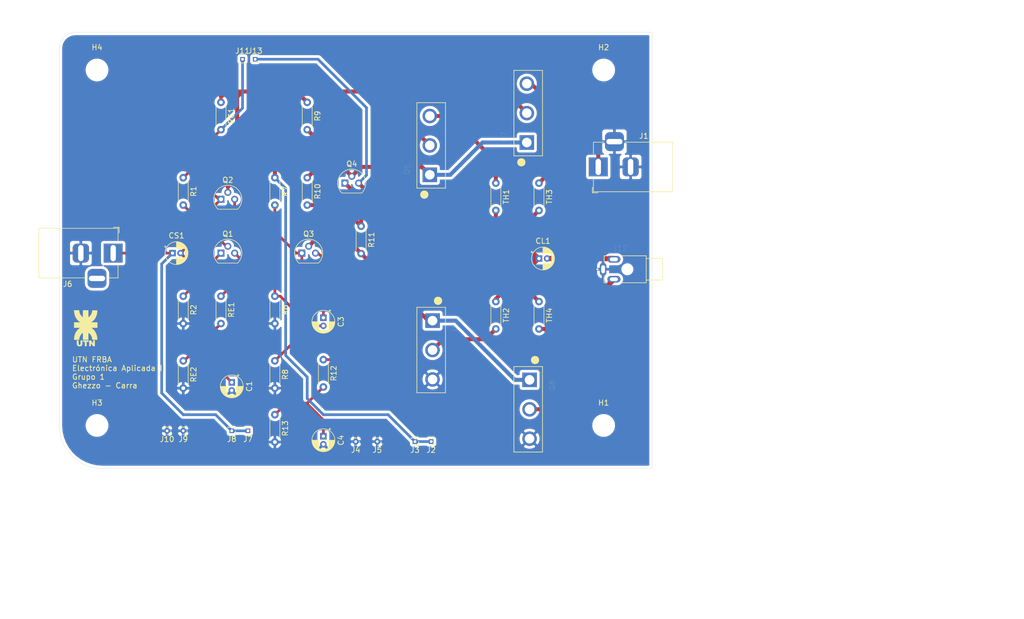
<source format=kicad_pcb>
(kicad_pcb (version 20171130) (host pcbnew 5.1.6-c6e7f7d~87~ubuntu18.04.1)
  (layers (0 F.Cu signal) (31 B.Cu signal) (34 B.Paste user) (35 F.Paste user) (36 B.SilkS user) (37 F.SilkS user) (38 B.Mask user) (39 F.Mask user) (44 Edge.Cuts user))
  (net 0 "")
  (net 1 /Vs)
  (net 2 GND)
  (net 3 "Net-(C3-Pad2)")
  (net 4 "Net-(C3-Pad1)")
  (net 5 "Net-(C4-Pad1)")
  (net 6 /VoLoad)
  (net 7 Vcc)
  (net 8 "Net-(Q1-Pad3)")
  (net 9 /VoPreAmplifier)
  (net 10 "Net-(Q3-Pad3)")
  (net 11 /VoAmplifier)
  (net 12 "Net-(Q4-Pad2)")
  (net 13 "Net-(Q5-Pad3)")
  (net 14 "Net-(Q6-Pad2)")
  (net 15 "Net-(Q7-Pad3)")
  (net 16 "Net-(Q8-Pad2)")
  (net 17 "Net-(C1-Pad1)")
  (net 18 "Net-(CL1-Pad1)")
  (net 19 "Net-(CS1-Pad2)")
  (net 20 "Net-(Q4-Pad1)")
  (module utn:utnlogo100bpi_non_negative_silk (layer F.Cu) (at 44.87 95.71)
    (fp_text reference G*** hide)
    (fp_text value LOGO hide)
  )
  (module AudioAmpUTN:CUI_MJ1-2503A (layer F.Cu) (at 145 85)
    (fp_text reference J12 (at -0.92506 -3.88525) (layer F.SilkS) (effects (font (size 1.000063 1.000063) (thickness 0.015))))
    (fp_text value MJ1-2503A)
    (pad 2 thru_hole oval (at -2.1 -1.85) (size 2.416 1.208) (drill oval 1.5 0.7) (layers *.Cu *.Mask) (net 6 /VoLoad))
    (pad 3 thru_hole oval (at -2.1 1.85) (size 2.416 1.208) (drill oval 1.5 0.7) (layers *.Cu *.Mask) (net 6 /VoLoad))
    (pad 1 thru_hole oval (at -4.1 0) (size 1.208 2.416) (drill oval 0.7 1.5) (layers *.Cu *.Mask) (net 2 GND))
    (pad None np_thru_hole circle (at 0.4 0) (size 1.2 1.2) (drill 1.2) (layers *.Cu *.Mask))
  )
  (module Connector_PinHeader_1.00mm:PinHeader_1x01_P1.00mm_Vertical (layer F.Cu) (at 76.35 46)
    (fp_text reference J13 (at 0 -1.56) (layer F.SilkS))
    (fp_text value TPA)
    (pad 1 thru_hole rect (at 0 0) (size 0.85 0.85) (drill 0.5) (layers *.Cu *.Mask) (net 11 /VoAmplifier))
  )
  (module Connector_PinHeader_1.00mm:PinHeader_1x01_P1.00mm_Vertical (layer F.Cu) (at 74 46)
    (fp_text reference J11 (at 0 -1.56) (layer F.SilkS))
    (fp_text value TPPA)
    (pad 1 thru_hole rect (at 0 0) (size 0.85 0.85) (drill 0.5) (layers *.Cu *.Mask) (net 9 /VoPreAmplifier))
  )
  (module Connector_PinHeader_1.00mm:PinHeader_1x01_P1.00mm_Vertical (layer F.Cu) (at 60 115 180)
    (fp_text reference J10 (at 0 -1.56) (layer F.SilkS))
    (fp_text value Conn_01x01_Female)
    (pad 1 thru_hole rect (at 0 0 180) (size 0.85 0.85) (drill 0.5) (layers *.Cu *.Mask) (net 2 GND))
  )
  (module Connector_PinHeader_1.00mm:PinHeader_1x01_P1.00mm_Vertical (layer F.Cu) (at 63 115 180)
    (fp_text reference J9 (at 0 -1.56) (layer F.SilkS))
    (fp_text value Conn_01x01_Male)
    (pad 1 thru_hole rect (at 0 0 180) (size 0.85 0.85) (drill 0.5) (layers *.Cu *.Mask) (net 2 GND))
  )
  (module Connector_PinHeader_1.00mm:PinHeader_1x01_P1.00mm_Vertical (layer F.Cu) (at 72 115 180)
    (fp_text reference J8 (at 0 -1.56) (layer F.SilkS))
    (fp_text value Vs)
    (pad 1 thru_hole rect (at 0 0 180) (size 0.85 0.85) (drill 0.5) (layers *.Cu *.Mask) (net 1 /Vs))
  )
  (module Connector_PinHeader_1.00mm:PinHeader_1x01_P1.00mm_Vertical (layer F.Cu) (at 75 115 180)
    (fp_text reference J7 (at 0 -1.56) (layer F.SilkS))
    (fp_text value Vs)
    (pad 1 thru_hole rect (at 0 0 180) (size 0.85 0.85) (drill 0.5) (layers *.Cu *.Mask) (net 1 /Vs))
  )
  (module Connector_PinHeader_1.00mm:PinHeader_1x01_P1.00mm_Vertical (layer F.Cu) (at 99 117 180)
    (fp_text reference J5 (at 0 -1.56) (layer F.SilkS))
    (fp_text value GND)
    (pad 1 thru_hole rect (at 0 0 180) (size 0.85 0.85) (drill 0.5) (layers *.Cu *.Mask) (net 2 GND))
  )
  (module Connector_PinHeader_1.00mm:PinHeader_1x01_P1.00mm_Vertical (layer F.Cu) (at 95 117 180)
    (fp_text reference J4 (at 0 -1.56) (layer F.SilkS))
    (fp_text value GND)
    (pad 1 thru_hole rect (at 0 0 180) (size 0.85 0.85) (drill 0.5) (layers *.Cu *.Mask) (net 2 GND))
  )
  (module Connector_PinHeader_1.00mm:PinHeader_1x01_P1.00mm_Vertical (layer F.Cu) (at 106 117 180)
    (fp_text reference J3 (at 0 -1.56) (layer F.SilkS))
    (fp_text value VCC)
    (pad 1 thru_hole rect (at 0 0 180) (size 0.85 0.85) (drill 0.5) (layers *.Cu *.Mask) (net 7 Vcc))
  )
  (module Connector_PinHeader_1.00mm:PinHeader_1x01_P1.00mm_Vertical (layer F.Cu) (at 109 117 180)
    (fp_text reference J2 (at 0 -1.56) (layer F.SilkS))
    (fp_text value VCC)
    (pad 1 thru_hole rect (at 0 0 180) (size 0.85 0.85) (drill 0.5) (layers *.Cu *.Mask) (net 7 Vcc))
  )
  (module Package_TO_SOT_THT:TO-92 (layer F.Cu) (at 93 69)
    (fp_text reference Q4 (at 1.27 -3.56) (layer F.SilkS))
    (fp_text value BC547B)
    (pad 1 thru_hole rect (at 0 0 90) (size 1.3 1.3) (drill 0.75) (layers *.Cu *.Mask) (net 20 "Net-(Q4-Pad1)"))
    (pad 3 thru_hole circle (at 2.54 0 90) (size 1.3 1.3) (drill 0.75) (layers *.Cu *.Mask) (net 11 /VoAmplifier))
    (pad 2 thru_hole circle (at 1.27 -1.27 90) (size 1.3 1.3) (drill 0.75) (layers *.Cu *.Mask) (net 12 "Net-(Q4-Pad2)"))
  )
  (module Capacitor_THT:CP_Radial_D4.0mm_P1.50mm (layer F.Cu) (at 61 82)
    (fp_text reference CS1 (at 0.75 -3.25) (layer F.SilkS))
    (fp_text value 3300u)
    (pad 2 thru_hole circle (at 1.5 0) (size 1.2 1.2) (drill 0.6) (layers *.Cu *.Mask) (net 19 "Net-(CS1-Pad2)"))
    (pad 1 thru_hole rect (at 0 0) (size 1.2 1.2) (drill 0.6) (layers *.Cu *.Mask) (net 1 /Vs))
  )
  (module Capacitor_THT:CP_Radial_D4.0mm_P1.50mm (layer F.Cu) (at 129 83)
    (fp_text reference CL1 (at 0.75 -3.25) (layer F.SilkS))
    (fp_text value 3300u)
    (pad 2 thru_hole circle (at 1.5 0) (size 1.2 1.2) (drill 0.6) (layers *.Cu *.Mask) (net 6 /VoLoad))
    (pad 1 thru_hole rect (at 0 0) (size 1.2 1.2) (drill 0.6) (layers *.Cu *.Mask) (net 18 "Net-(CL1-Pad1)"))
  )
  (module Capacitor_THT:CP_Radial_D4.0mm_P1.50mm (layer F.Cu) (at 89 116 270)
    (fp_text reference C4 (at 0.75 -3.25 90) (layer F.SilkS))
    (fp_text value 470u)
    (pad 2 thru_hole circle (at 1.5 0 270) (size 1.2 1.2) (drill 0.6) (layers *.Cu *.Mask) (net 2 GND))
    (pad 1 thru_hole rect (at 0 0 270) (size 1.2 1.2) (drill 0.6) (layers *.Cu *.Mask) (net 5 "Net-(C4-Pad1)"))
  )
  (module Capacitor_THT:CP_Radial_D4.0mm_P1.50mm (layer F.Cu) (at 89 94 270)
    (fp_text reference C3 (at 0.75 -3.25 90) (layer F.SilkS))
    (fp_text value 3300u)
    (pad 2 thru_hole circle (at 1.5 0 270) (size 1.2 1.2) (drill 0.6) (layers *.Cu *.Mask) (net 3 "Net-(C3-Pad2)"))
    (pad 1 thru_hole rect (at 0 0 270) (size 1.2 1.2) (drill 0.6) (layers *.Cu *.Mask) (net 4 "Net-(C3-Pad1)"))
  )
  (module Capacitor_THT:CP_Radial_D4.0mm_P1.50mm (layer F.Cu) (at 72 106 270)
    (fp_text reference C1 (at 0.75 -3.25 90) (layer F.SilkS))
    (fp_text value 470u)
    (pad 2 thru_hole circle (at 1.5 0 270) (size 1.2 1.2) (drill 0.6) (layers *.Cu *.Mask) (net 2 GND))
    (pad 1 thru_hole rect (at 0 0 270) (size 1.2 1.2) (drill 0.6) (layers *.Cu *.Mask) (net 17 "Net-(C1-Pad1)"))
  )
  (module Resistor_THT:R_Axial_DIN0204_L3.6mm_D1.6mm_P5.08mm_Horizontal (layer F.Cu) (at 129 91 270)
    (fp_text reference TH4 (at 2.54 -1.92 90) (layer F.SilkS))
    (fp_text value 0.39)
    (pad 2 thru_hole oval (at 5.08 0 270) (size 1.4 1.4) (drill 0.7) (layers *.Cu *.Mask) (net 16 "Net-(Q8-Pad2)"))
    (pad 1 thru_hole circle (at 0 0 270) (size 1.4 1.4) (drill 0.7) (layers *.Cu *.Mask) (net 18 "Net-(CL1-Pad1)"))
  )
  (module Resistor_THT:R_Axial_DIN0204_L3.6mm_D1.6mm_P5.08mm_Horizontal (layer F.Cu) (at 129 69 270)
    (fp_text reference TH3 (at 2.54 -1.92 90) (layer F.SilkS))
    (fp_text value 0.39)
    (pad 2 thru_hole oval (at 5.08 0 270) (size 1.4 1.4) (drill 0.7) (layers *.Cu *.Mask) (net 18 "Net-(CL1-Pad1)"))
    (pad 1 thru_hole circle (at 0 0 270) (size 1.4 1.4) (drill 0.7) (layers *.Cu *.Mask) (net 15 "Net-(Q7-Pad3)"))
  )
  (module Resistor_THT:R_Axial_DIN0204_L3.6mm_D1.6mm_P5.08mm_Horizontal (layer F.Cu) (at 121 91 270)
    (fp_text reference TH2 (at 2.54 -1.92 90) (layer F.SilkS))
    (fp_text value 0.39)
    (pad 2 thru_hole oval (at 5.08 0 270) (size 1.4 1.4) (drill 0.7) (layers *.Cu *.Mask) (net 14 "Net-(Q6-Pad2)"))
    (pad 1 thru_hole circle (at 0 0 270) (size 1.4 1.4) (drill 0.7) (layers *.Cu *.Mask) (net 18 "Net-(CL1-Pad1)"))
  )
  (module Resistor_THT:R_Axial_DIN0204_L3.6mm_D1.6mm_P5.08mm_Horizontal (layer F.Cu) (at 121 69 270)
    (fp_text reference TH1 (at 2.54 -1.92 90) (layer F.SilkS))
    (fp_text value 0.39)
    (pad 2 thru_hole oval (at 5.08 0 270) (size 1.4 1.4) (drill 0.7) (layers *.Cu *.Mask) (net 18 "Net-(CL1-Pad1)"))
    (pad 1 thru_hole circle (at 0 0 270) (size 1.4 1.4) (drill 0.7) (layers *.Cu *.Mask) (net 13 "Net-(Q5-Pad3)"))
  )
  (module Resistor_THT:R_Axial_DIN0204_L3.6mm_D1.6mm_P5.08mm_Horizontal (layer F.Cu) (at 63 102 270)
    (fp_text reference RE2 (at 2.54 -1.92 90) (layer F.SilkS))
    (fp_text value 3300)
    (pad 2 thru_hole oval (at 5.08 0 270) (size 1.4 1.4) (drill 0.7) (layers *.Cu *.Mask) (net 2 GND))
    (pad 1 thru_hole circle (at 0 0 270) (size 1.4 1.4) (drill 0.7) (layers *.Cu *.Mask) (net 17 "Net-(C1-Pad1)"))
  )
  (module Resistor_THT:R_Axial_DIN0204_L3.6mm_D1.6mm_P5.08mm_Horizontal (layer F.Cu) (at 70 90 270)
    (fp_text reference RE1 (at 2.54 -1.92 90) (layer F.SilkS))
    (fp_text value 330)
    (pad 2 thru_hole oval (at 5.08 0 270) (size 1.4 1.4) (drill 0.7) (layers *.Cu *.Mask) (net 17 "Net-(C1-Pad1)"))
    (pad 1 thru_hole circle (at 0 0 270) (size 1.4 1.4) (drill 0.7) (layers *.Cu *.Mask) (net 8 "Net-(Q1-Pad3)"))
  )
  (module Resistor_THT:R_Axial_DIN0204_L3.6mm_D1.6mm_P5.08mm_Horizontal (layer F.Cu) (at 70 54 270)
    (fp_text reference RC1 (at 2.54 -1.92 90) (layer F.SilkS))
    (fp_text value 6.8K)
    (pad 2 thru_hole oval (at 5.08 0 270) (size 1.4 1.4) (drill 0.7) (layers *.Cu *.Mask) (net 9 /VoPreAmplifier))
    (pad 1 thru_hole circle (at 0 0 270) (size 1.4 1.4) (drill 0.7) (layers *.Cu *.Mask) (net 7 Vcc))
  )
  (module Resistor_THT:R_Axial_DIN0204_L3.6mm_D1.6mm_P5.08mm_Horizontal (layer F.Cu) (at 80 112 270)
    (fp_text reference R13 (at 2.54 -1.92 90) (layer F.SilkS))
    (fp_text value 1.8K)
    (pad 2 thru_hole oval (at 5.08 0 270) (size 1.4 1.4) (drill 0.7) (layers *.Cu *.Mask) (net 2 GND))
    (pad 1 thru_hole circle (at 0 0 270) (size 1.4 1.4) (drill 0.7) (layers *.Cu *.Mask) (net 5 "Net-(C4-Pad1)"))
  )
  (module Resistor_THT:R_Axial_DIN0204_L3.6mm_D1.6mm_P5.08mm_Horizontal (layer F.Cu) (at 89 101.78 270)
    (fp_text reference R12 (at 2.54 -1.92 90) (layer F.SilkS))
    (fp_text value 200)
    (pad 2 thru_hole oval (at 5.08 0 270) (size 1.4 1.4) (drill 0.7) (layers *.Cu *.Mask) (net 5 "Net-(C4-Pad1)"))
    (pad 1 thru_hole circle (at 0 0 270) (size 1.4 1.4) (drill 0.7) (layers *.Cu *.Mask) (net 10 "Net-(Q3-Pad3)"))
  )
  (module Resistor_THT:R_Axial_DIN0204_L3.6mm_D1.6mm_P5.08mm_Horizontal (layer F.Cu) (at 96 77 270)
    (fp_text reference R11 (at 2.54 -1.92 90) (layer F.SilkS))
    (fp_text value 18K)
    (pad 2 thru_hole oval (at 5.08 0 270) (size 1.4 1.4) (drill 0.7) (layers *.Cu *.Mask) (net 11 /VoAmplifier))
    (pad 1 thru_hole circle (at 0 0 270) (size 1.4 1.4) (drill 0.7) (layers *.Cu *.Mask) (net 20 "Net-(Q4-Pad1)"))
  )
  (module Resistor_THT:R_Axial_DIN0204_L3.6mm_D1.6mm_P5.08mm_Horizontal (layer F.Cu) (at 86 68 270)
    (fp_text reference R10 (at 2.54 -1.92 90) (layer F.SilkS))
    (fp_text value 180K)
    (pad 2 thru_hole oval (at 5.08 0 270) (size 1.4 1.4) (drill 0.7) (layers *.Cu *.Mask) (net 20 "Net-(Q4-Pad1)"))
    (pad 1 thru_hole circle (at 0 0 270) (size 1.4 1.4) (drill 0.7) (layers *.Cu *.Mask) (net 12 "Net-(Q4-Pad2)"))
  )
  (module Resistor_THT:R_Axial_DIN0204_L3.6mm_D1.6mm_P5.08mm_Horizontal (layer F.Cu) (at 86 54 270)
    (fp_text reference R9 (at 2.54 -1.92 90) (layer F.SilkS))
    (fp_text value 8.2K)
    (pad 2 thru_hole oval (at 5.08 0 270) (size 1.4 1.4) (drill 0.7) (layers *.Cu *.Mask) (net 12 "Net-(Q4-Pad2)"))
    (pad 1 thru_hole circle (at 0 0 270) (size 1.4 1.4) (drill 0.7) (layers *.Cu *.Mask) (net 7 Vcc))
  )
  (module Resistor_THT:R_Axial_DIN0204_L3.6mm_D1.6mm_P5.08mm_Horizontal (layer F.Cu) (at 80 102 270)
    (fp_text reference R8 (at 2.54 -1.92 90) (layer F.SilkS))
    (fp_text value 100K)
    (pad 2 thru_hole oval (at 5.08 0 270) (size 1.4 1.4) (drill 0.7) (layers *.Cu *.Mask) (net 2 GND))
    (pad 1 thru_hole circle (at 0 0 270) (size 1.4 1.4) (drill 0.7) (layers *.Cu *.Mask) (net 4 "Net-(C3-Pad1)"))
  )
  (module Resistor_THT:R_Axial_DIN0204_L3.6mm_D1.6mm_P5.08mm_Horizontal (layer F.Cu) (at 80 68 270)
    (fp_text reference R7 (at 2.54 -1.92 90) (layer F.SilkS))
    (fp_text value 720K)
    (pad 2 thru_hole oval (at 5.08 0 270) (size 1.4 1.4) (drill 0.7) (layers *.Cu *.Mask) (net 4 "Net-(C3-Pad1)"))
    (pad 1 thru_hole circle (at 0 0 270) (size 1.4 1.4) (drill 0.7) (layers *.Cu *.Mask) (net 7 Vcc))
  )
  (module Resistor_THT:R_Axial_DIN0204_L3.6mm_D1.6mm_P5.08mm_Horizontal (layer F.Cu) (at 80 90 270)
    (fp_text reference R6 (at 2.54 -1.92 90) (layer F.SilkS))
    (fp_text value 3.9K)
    (pad 2 thru_hole oval (at 5.08 0 270) (size 1.4 1.4) (drill 0.7) (layers *.Cu *.Mask) (net 2 GND))
    (pad 1 thru_hole circle (at 0 0 270) (size 1.4 1.4) (drill 0.7) (layers *.Cu *.Mask) (net 3 "Net-(C3-Pad2)"))
  )
  (module Resistor_THT:R_Axial_DIN0204_L3.6mm_D1.6mm_P5.08mm_Horizontal (layer F.Cu) (at 63 90 270)
    (fp_text reference R2 (at 2.54 -1.92 90) (layer F.SilkS))
    (fp_text value 120K)
    (pad 2 thru_hole oval (at 5.08 0 270) (size 1.4 1.4) (drill 0.7) (layers *.Cu *.Mask) (net 2 GND))
    (pad 1 thru_hole circle (at 0 0 270) (size 1.4 1.4) (drill 0.7) (layers *.Cu *.Mask) (net 19 "Net-(CS1-Pad2)"))
  )
  (module Resistor_THT:R_Axial_DIN0204_L3.6mm_D1.6mm_P5.08mm_Horizontal (layer F.Cu) (at 63 68 270)
    (fp_text reference R1 (at 2.54 -1.92 90) (layer F.SilkS))
    (fp_text value 680K)
    (pad 2 thru_hole oval (at 5.08 0 270) (size 1.4 1.4) (drill 0.7) (layers *.Cu *.Mask) (net 19 "Net-(CS1-Pad2)"))
    (pad 1 thru_hole circle (at 0 0 270) (size 1.4 1.4) (drill 0.7) (layers *.Cu *.Mask) (net 7 Vcc))
  )
  (module AudioAmpUTN:TO247AC (layer F.Cu) (at 127 111 270)
    (fp_text reference Q8 (at -4.449885 -4.449875 90) (layer F.SilkS) (effects (font (size 1.001094 1.001094) (thickness 0.015))))
    (fp_text value IRFP9240)
    (pad 3 thru_hole circle (at 5.46 -0.255 270) (size 2.69 2.69) (drill 1.79) (layers *.Cu *.Mask) (net 2 GND))
    (pad 2 thru_hole circle (at 0 -0.255 270) (size 2.69 2.69) (drill 1.79) (layers *.Cu *.Mask) (net 16 "Net-(Q8-Pad2)"))
    (pad 1 thru_hole rect (at -5.46 -0.255 270) (size 2.69 2.69) (drill 1.79) (layers *.Cu *.Mask) (net 11 /VoAmplifier))
  )
  (module AudioAmpUTN:TO247AC (layer F.Cu) (at 127 56 90)
    (fp_text reference Q7 (at -4.449885 -4.449875 90) (layer F.SilkS) (effects (font (size 1.001094 1.001094) (thickness 0.015))))
    (fp_text value IRFP240)
    (pad 3 thru_hole circle (at 5.46 -0.255 90) (size 2.69 2.69) (drill 1.79) (layers *.Cu *.Mask) (net 15 "Net-(Q7-Pad3)"))
    (pad 2 thru_hole circle (at 0 -0.255 90) (size 2.69 2.69) (drill 1.79) (layers *.Cu *.Mask) (net 7 Vcc))
    (pad 1 thru_hole rect (at -5.46 -0.255 90) (size 2.69 2.69) (drill 1.79) (layers *.Cu *.Mask) (net 12 "Net-(Q4-Pad2)"))
  )
  (module AudioAmpUTN:TO247AC (layer F.Cu) (at 109 100 270)
    (fp_text reference Q6 (at -4.449885 -4.449875 90) (layer F.SilkS) (effects (font (size 1.001094 1.001094) (thickness 0.015))))
    (fp_text value IRFP9240)
    (pad 3 thru_hole circle (at 5.46 -0.255 270) (size 2.69 2.69) (drill 1.79) (layers *.Cu *.Mask) (net 2 GND))
    (pad 2 thru_hole circle (at 0 -0.255 270) (size 2.69 2.69) (drill 1.79) (layers *.Cu *.Mask) (net 14 "Net-(Q6-Pad2)"))
    (pad 1 thru_hole rect (at -5.46 -0.255 270) (size 2.69 2.69) (drill 1.79) (layers *.Cu *.Mask) (net 11 /VoAmplifier))
  )
  (module AudioAmpUTN:TO247AC (layer F.Cu) (at 109 62 90)
    (fp_text reference Q5 (at -4.449885 -4.449875 90) (layer F.SilkS) (effects (font (size 1.001094 1.001094) (thickness 0.015))))
    (fp_text value IRFP240)
    (pad 3 thru_hole circle (at 5.46 -0.255 90) (size 2.69 2.69) (drill 1.79) (layers *.Cu *.Mask) (net 13 "Net-(Q5-Pad3)"))
    (pad 2 thru_hole circle (at 0 -0.255 90) (size 2.69 2.69) (drill 1.79) (layers *.Cu *.Mask) (net 7 Vcc))
    (pad 1 thru_hole rect (at -5.46 -0.255 90) (size 2.69 2.69) (drill 1.79) (layers *.Cu *.Mask) (net 12 "Net-(Q4-Pad2)"))
  )
  (module Package_TO_SOT_THT:TO-92 (layer F.Cu) (at 85 82)
    (fp_text reference Q3 (at 1.27 -3.56) (layer F.SilkS))
    (fp_text value BC547B)
    (pad 1 thru_hole rect (at 0 0 90) (size 1.3 1.3) (drill 0.75) (layers *.Cu *.Mask) (net 4 "Net-(C3-Pad1)"))
    (pad 3 thru_hole circle (at 2.54 0 90) (size 1.3 1.3) (drill 0.75) (layers *.Cu *.Mask) (net 10 "Net-(Q3-Pad3)"))
    (pad 2 thru_hole circle (at 1.27 -1.27 90) (size 1.3 1.3) (drill 0.75) (layers *.Cu *.Mask) (net 11 /VoAmplifier))
  )
  (module Package_TO_SOT_THT:TO-92 (layer F.Cu) (at 70 72)
    (fp_text reference Q2 (at 1.27 -3.56) (layer F.SilkS))
    (fp_text value BC547B)
    (pad 1 thru_hole rect (at 0 0 90) (size 1.3 1.3) (drill 0.75) (layers *.Cu *.Mask) (net 9 /VoPreAmplifier))
    (pad 3 thru_hole circle (at 2.54 0 90) (size 1.3 1.3) (drill 0.75) (layers *.Cu *.Mask) (net 3 "Net-(C3-Pad2)"))
    (pad 2 thru_hole circle (at 1.27 -1.27 90) (size 1.3 1.3) (drill 0.75) (layers *.Cu *.Mask) (net 7 Vcc))
  )
  (module Package_TO_SOT_THT:TO-92 (layer F.Cu) (at 70 82)
    (fp_text reference Q1 (at 1.27 -3.56) (layer F.SilkS))
    (fp_text value BC547B)
    (pad 1 thru_hole rect (at 0 0 90) (size 1.3 1.3) (drill 0.75) (layers *.Cu *.Mask) (net 19 "Net-(CS1-Pad2)"))
    (pad 3 thru_hole circle (at 2.54 0 90) (size 1.3 1.3) (drill 0.75) (layers *.Cu *.Mask) (net 8 "Net-(Q1-Pad3)"))
    (pad 2 thru_hole circle (at 1.27 -1.27 90) (size 1.3 1.3) (drill 0.75) (layers *.Cu *.Mask) (net 9 /VoPreAmplifier))
  )
  (module Connector_BarrelJack:BarrelJack_Horizontal (layer F.Cu) (at 50 82)
    (fp_text reference J6 (at -8.45 5.75) (layer F.SilkS))
    (fp_text value Jack-DC_Vcc)
    (pad 3 thru_hole roundrect (at -3 4.7) (size 3.5 3.5) (drill oval 3 1) (layers *.Cu *.Mask))
    (pad 2 thru_hole roundrect (at -6 0) (size 3 3.5) (drill oval 1 3) (layers *.Cu *.Mask) (net 2 GND))
    (pad 1 thru_hole rect (at 0 0) (size 3.5 3.5) (drill oval 1 3) (layers *.Cu *.Mask) (net 1 /Vs))
  )
  (module Connector_BarrelJack:BarrelJack_Horizontal (layer F.Cu) (at 140 66 180)
    (fp_text reference J1 (at -8.45 5.75) (layer F.SilkS))
    (fp_text value Jack-DC_Vcc)
    (pad 3 thru_hole roundrect (at -3 4.7 180) (size 3.5 3.5) (drill oval 3 1) (layers *.Cu *.Mask) (net 2 GND))
    (pad 2 thru_hole roundrect (at -6 0 180) (size 3 3.5) (drill oval 1 3) (layers *.Cu *.Mask) (net 2 GND))
    (pad 1 thru_hole rect (at 0 0 180) (size 3.5 3.5) (drill oval 1 3) (layers *.Cu *.Mask) (net 7 Vcc))
  )
  (module MountingHole:MountingHole_3.2mm_M3 (layer F.Cu) (at 47 48)
    (fp_text reference H4 (at 0 -4.2) (layer F.SilkS))
    (fp_text value MountingHole)
    (pad 1 np_thru_hole circle (at 0 0) (size 3.2 3.2) (drill 3.2) (layers *.Cu *.Mask))
  )
  (module MountingHole:MountingHole_3.2mm_M3 (layer F.Cu) (at 47 114)
    (fp_text reference H3 (at 0 -4.2) (layer F.SilkS))
    (fp_text value MountingHole)
    (pad 1 np_thru_hole circle (at 0 0) (size 3.2 3.2) (drill 3.2) (layers *.Cu *.Mask))
  )
  (module MountingHole:MountingHole_3.2mm_M3 (layer F.Cu) (at 141 48)
    (fp_text reference H2 (at 0 -4.2) (layer F.SilkS))
    (fp_text value MountingHole)
    (pad 1 np_thru_hole circle (at 0 0) (size 3.2 3.2) (drill 3.2) (layers *.Cu *.Mask))
  )
  (module MountingHole:MountingHole_3.2mm_M3 (layer F.Cu) (at 141 114)
    (fp_text reference H1 (at 0 -4.2) (layer F.SilkS))
    (fp_text value MountingHole)
    (pad 1 np_thru_hole circle (at 0 0) (size 3.2 3.2) (drill 3.2) (layers *.Cu *.Mask))
  )
  (gr_text "UTN FRBA\nElectrónica Aplicada II\nGrupo 1\nGhezzo - Carra" (at 42.3 104.18) (layer F.SilkS) (effects (font (size 1 1)) (justify left)))
  (gr_line (start 150 41) (end 150 122) (layer Edge.Cuts) (width 0.05))
  (gr_line (start 43 41) (end 150 41) (layer Edge.Cuts) (width 0.05))
  (gr_line (start 48 122) (end 150 122) (layer Edge.Cuts) (width 0.05))
  (gr_arc (start 48 114) (end 40 114) (angle -90) (layer Edge.Cuts) (width 0.05))
  (gr_arc (start 43 44) (end 43 41) (angle -90) (layer Edge.Cuts) (width 0.05))
  (gr_line (start 40 44) (end 40 114) (layer Edge.Cuts) (width 0.05))
  (segment (start 50 82) (end 61 82) (width 0.5) (layer F.Cu) (net 1))
  (segment (start 72 115) (end 75 115) (width 0.5) (layer B.Cu) (net 1))
  (segment (start 59 84) (end 61 82) (width 0.5) (layer B.Cu) (net 1))
  (segment (start 63 112) (end 59 108) (width 0.5) (layer B.Cu) (net 1))
  (segment (start 59 108) (end 59 84) (width 0.5) (layer B.Cu) (net 1))
  (segment (start 69 112) (end 72 115) (width 0.5) (layer B.Cu) (net 1))
  (segment (start 63 112) (end 69 112) (width 0.5) (layer B.Cu) (net 1))
  (segment (start 63 95.08) (end 63 95) (width 0.5) (layer B.Cu) (net 2))
  (segment (start 72.54 72) (end 72.54 76.54) (width 0.5) (layer F.Cu) (net 3))
  (segment (start 80 84) (end 80 90) (width 0.5) (layer F.Cu) (net 3))
  (segment (start 72.54 76.54) (end 80 84) (width 0.5) (layer F.Cu) (net 3))
  (segment (start 81 90) (end 80 90) (width 0.5) (layer F.Cu) (net 3))
  (segment (start 89 95.5) (end 86.5 95.5) (width 0.5) (layer F.Cu) (net 3))
  (segment (start 86.5 95.5) (end 81 90) (width 0.5) (layer F.Cu) (net 3))
  (segment (start 80 73.08) (end 80 78) (width 0.5) (layer F.Cu) (net 4))
  (segment (start 84 82) (end 85 82) (width 0.5) (layer F.Cu) (net 4))
  (segment (start 80 78) (end 84 82) (width 0.5) (layer F.Cu) (net 4))
  (segment (start 89 94) (end 89 89) (width 0.5) (layer F.Cu) (net 4))
  (segment (start 85 85) (end 85 82) (width 0.5) (layer F.Cu) (net 4))
  (segment (start 89 89) (end 85 85) (width 0.5) (layer F.Cu) (net 4))
  (segment (start 94 92) (end 94 95) (width 0.5) (layer F.Cu) (net 4))
  (segment (start 89 89) (end 91 89) (width 0.5) (layer F.Cu) (net 4))
  (segment (start 83 99) (end 80 102) (width 0.5) (layer F.Cu) (net 4))
  (segment (start 90 99) (end 83 99) (width 0.5) (layer F.Cu) (net 4))
  (segment (start 94 95) (end 90 99) (width 0.5) (layer F.Cu) (net 4))
  (segment (start 91 89) (end 94 92) (width 0.5) (layer F.Cu) (net 4))
  (segment (start 89 106.86) (end 86 109.86) (width 0.5) (layer F.Cu) (net 5))
  (segment (start 82.14 109.86) (end 80 112) (width 0.5) (layer F.Cu) (net 5))
  (segment (start 86 109.86) (end 82.14 109.86) (width 0.5) (layer F.Cu) (net 5))
  (segment (start 86 109.86) (end 86 110) (width 0.5) (layer F.Cu) (net 5))
  (segment (start 89 113) (end 89 116) (width 0.5) (layer F.Cu) (net 5))
  (segment (start 86 110) (end 89 113) (width 0.5) (layer F.Cu) (net 5))
  (segment (start 142.75 83) (end 142.9 83.15) (width 0.5) (layer F.Cu) (net 6))
  (segment (start 134 83) (end 142.75 83) (width 1) (layer F.Cu) (net 6))
  (segment (start 130.5 83) (end 134 83) (width 1) (layer F.Cu) (net 6))
  (segment (start 141.75 88) (end 142.9 86.85) (width 1) (layer F.Cu) (net 6))
  (segment (start 134 83) (end 139 88) (width 1) (layer F.Cu) (net 6))
  (segment (start 139 88) (end 141.75 88) (width 1) (layer F.Cu) (net 6))
  (segment (start 84 52) (end 86 54) (width 0.75) (layer F.Cu) (net 7))
  (segment (start 63 68) (end 64 67) (width 0.5) (layer F.Cu) (net 7))
  (segment (start 64 53) (end 65 52) (width 0.75) (layer F.Cu) (net 7))
  (segment (start 64 67) (end 64 53) (width 0.75) (layer F.Cu) (net 7))
  (segment (start 71.27 69.73) (end 73 68) (width 0.75) (layer F.Cu) (net 7))
  (segment (start 71.27 70.73) (end 71.27 69.73) (width 0.5) (layer F.Cu) (net 7))
  (segment (start 73 68) (end 73 53) (width 0.75) (layer F.Cu) (net 7))
  (segment (start 73 53) (end 74 52) (width 0.75) (layer F.Cu) (net 7))
  (segment (start 74 52) (end 82 52) (width 0.75) (layer F.Cu) (net 7))
  (segment (start 82 52) (end 84 52) (width 0.75) (layer F.Cu) (net 7))
  (segment (start 81 52) (end 82 52) (width 0.75) (layer F.Cu) (net 7))
  (segment (start 80 68) (end 80 53) (width 0.75) (layer F.Cu) (net 7))
  (segment (start 80 53) (end 81 52) (width 0.75) (layer F.Cu) (net 7))
  (segment (start 70 54) (end 70 53) (width 0.5) (layer F.Cu) (net 7))
  (segment (start 70 53) (end 71 52) (width 0.75) (layer F.Cu) (net 7))
  (segment (start 65 52) (end 71 52) (width 0.75) (layer F.Cu) (net 7))
  (segment (start 71 52) (end 74 52) (width 0.75) (layer F.Cu) (net 7))
  (segment (start 84 52) (end 113.745 52) (width 0.75) (layer F.Cu) (net 7))
  (segment (start 122.745 52) (end 126.745 56) (width 0.75) (layer F.Cu) (net 7))
  (segment (start 108.745 62) (end 98.745 52) (width 0.75) (layer F.Cu) (net 7))
  (segment (start 98.745 52) (end 122.745 52) (width 0.75) (layer F.Cu) (net 7))
  (segment (start 109 117) (end 106 117) (width 0.5) (layer B.Cu) (net 7))
  (segment (start 101 112) (end 106 117) (width 0.5) (layer B.Cu) (net 7))
  (segment (start 104.745 46) (end 98.745 52) (width 0.75) (layer F.Cu) (net 7))
  (segment (start 130 46) (end 104.745 46) (width 0.75) (layer F.Cu) (net 7))
  (segment (start 140 66) (end 140 56) (width 0.75) (layer F.Cu) (net 7))
  (segment (start 140 56) (end 130 46) (width 0.75) (layer F.Cu) (net 7))
  (segment (start 86 109) (end 89 112) (width 0.5) (layer B.Cu) (net 7))
  (segment (start 89 112) (end 101 112) (width 0.5) (layer B.Cu) (net 7))
  (segment (start 86 105) (end 86 109) (width 0.5) (layer B.Cu) (net 7))
  (segment (start 82 101) (end 86 105) (width 0.5) (layer B.Cu) (net 7))
  (segment (start 80 68) (end 82 70) (width 0.5) (layer B.Cu) (net 7))
  (segment (start 82 70) (end 82 101) (width 0.5) (layer B.Cu) (net 7))
  (segment (start 72.54 82) (end 74 83.46) (width 0.5) (layer F.Cu) (net 8))
  (segment (start 74 86) (end 70 90) (width 0.5) (layer F.Cu) (net 8))
  (segment (start 74 83.46) (end 74 86) (width 0.5) (layer F.Cu) (net 8))
  (segment (start 68.08 70.5) (end 69.58 72) (width 0.5) (layer F.Cu) (net 9))
  (segment (start 69.58 72) (end 70 72) (width 0.5) (layer F.Cu) (net 9))
  (segment (start 70 59.08) (end 68.08 61) (width 0.5) (layer F.Cu) (net 9))
  (segment (start 68.08 61) (end 68.08 70.5) (width 0.5) (layer F.Cu) (net 9))
  (segment (start 68 77.73) (end 71 80.73) (width 0.5) (layer F.Cu) (net 9))
  (segment (start 70 72) (end 68 74) (width 0.5) (layer F.Cu) (net 9))
  (segment (start 71 80.73) (end 71.27 80.73) (width 0.5) (layer F.Cu) (net 9))
  (segment (start 68 74) (end 68 77.73) (width 0.5) (layer F.Cu) (net 9))
  (segment (start 74 46.54) (end 74 46) (width 0.5) (layer B.Cu) (net 9))
  (segment (start 74 55.08) (end 70 59.08) (width 0.5) (layer B.Cu) (net 9))
  (segment (start 74 46) (end 74 55.08) (width 0.5) (layer B.Cu) (net 9))
  (segment (start 92.22 101.78) (end 89 101.78) (width 0.5) (layer F.Cu) (net 10))
  (segment (start 97 97) (end 92.22 101.78) (width 0.5) (layer F.Cu) (net 10))
  (segment (start 97 91) (end 97 97) (width 0.5) (layer F.Cu) (net 10))
  (segment (start 87.54 82) (end 88 82) (width 0.5) (layer F.Cu) (net 10))
  (segment (start 88 82) (end 97 91) (width 0.5) (layer F.Cu) (net 10))
  (segment (start 124.54 105.54) (end 127.255 105.54) (width 0.75) (layer B.Cu) (net 11))
  (segment (start 109.255 94.54) (end 113.54 94.54) (width 0.75) (layer B.Cu) (net 11))
  (segment (start 113.54 94.54) (end 124.54 105.54) (width 0.75) (layer B.Cu) (net 11))
  (segment (start 108.46 94.54) (end 109.255 94.54) (width 0.75) (layer F.Cu) (net 11))
  (segment (start 97 67.54) (end 95.54 69) (width 0.5) (layer B.Cu) (net 11))
  (segment (start 97 55) (end 97 67.54) (width 0.5) (layer B.Cu) (net 11))
  (segment (start 76.35 46) (end 88 46) (width 0.5) (layer B.Cu) (net 11))
  (segment (start 88 46) (end 97 55) (width 0.5) (layer B.Cu) (net 11))
  (segment (start 95.54 69) (end 102.96 76.42) (width 0.75) (layer F.Cu) (net 11))
  (segment (start 96 82.08) (end 102.96 89.04) (width 0.75) (layer F.Cu) (net 11))
  (segment (start 102.96 76.42) (end 102.96 89.04) (width 0.75) (layer F.Cu) (net 11))
  (segment (start 102.96 89.04) (end 108.46 94.54) (width 0.75) (layer F.Cu) (net 11))
  (segment (start 92.92 79) (end 96 82.08) (width 0.75) (layer F.Cu) (net 11))
  (segment (start 86.27 80.73) (end 88 79) (width 0.75) (layer F.Cu) (net 11))
  (segment (start 88 79) (end 92.92 79) (width 0.75) (layer F.Cu) (net 11))
  (segment (start 86 68) (end 87 67) (width 0.75) (layer F.Cu) (net 12))
  (segment (start 108.745 67.46) (end 112.54 67.46) (width 0.75) (layer B.Cu) (net 12))
  (segment (start 118.54 61.46) (end 126.745 61.46) (width 0.75) (layer B.Cu) (net 12))
  (segment (start 112.54 67.46) (end 118.54 61.46) (width 0.75) (layer B.Cu) (net 12))
  (segment (start 90.54 64) (end 94.27 67.73) (width 0.75) (layer F.Cu) (net 12))
  (segment (start 87 64) (end 90.54 64) (width 0.75) (layer F.Cu) (net 12))
  (segment (start 87 64) (end 87 67) (width 0.75) (layer F.Cu) (net 12))
  (segment (start 107.285 66) (end 108.745 67.46) (width 0.75) (layer F.Cu) (net 12))
  (segment (start 94.27 67.73) (end 96 66) (width 0.75) (layer F.Cu) (net 12))
  (segment (start 96 66) (end 107.285 66) (width 0.75) (layer F.Cu) (net 12))
  (segment (start 87 60.08) (end 87 64) (width 0.75) (layer F.Cu) (net 12))
  (segment (start 86 59.08) (end 87 60.08) (width 0.75) (layer F.Cu) (net 12))
  (segment (start 108.745 56.54) (end 112.54 56.54) (width 0.75) (layer F.Cu) (net 13))
  (segment (start 121 65) (end 121 69) (width 0.75) (layer F.Cu) (net 13))
  (segment (start 112.54 56.54) (end 121 65) (width 0.75) (layer F.Cu) (net 13))
  (segment (start 111.255 98) (end 109.255 100) (width 0.75) (layer F.Cu) (net 14))
  (segment (start 121 96.08) (end 119.08 98) (width 0.75) (layer F.Cu) (net 14))
  (segment (start 119.08 98) (end 111.255 98) (width 0.75) (layer F.Cu) (net 14))
  (segment (start 133 65) (end 129 69) (width 0.75) (layer F.Cu) (net 15))
  (segment (start 133 56) (end 133 65) (width 0.75) (layer F.Cu) (net 15))
  (segment (start 126.745 50.54) (end 127.54 50.54) (width 0.75) (layer F.Cu) (net 15))
  (segment (start 127.54 50.54) (end 133 56) (width 0.75) (layer F.Cu) (net 15))
  (segment (start 131 111) (end 127.255 111) (width 0.75) (layer F.Cu) (net 16))
  (segment (start 134 108) (end 131 111) (width 0.75) (layer F.Cu) (net 16))
  (segment (start 134 100) (end 134 108) (width 0.75) (layer F.Cu) (net 16))
  (segment (start 129 96.08) (end 130.08 96.08) (width 0.75) (layer F.Cu) (net 16))
  (segment (start 130.08 96.08) (end 134 100) (width 0.75) (layer F.Cu) (net 16))
  (segment (start 70 95.08) (end 68.08 97) (width 0.5) (layer F.Cu) (net 17))
  (segment (start 68.08 102.08) (end 72 106) (width 0.5) (layer F.Cu) (net 17))
  (segment (start 68.08 97) (end 68.08 99.08) (width 0.5) (layer F.Cu) (net 17))
  (segment (start 68.08 99.08) (end 68.08 102.08) (width 0.5) (layer F.Cu) (net 17))
  (segment (start 67.16 100) (end 68.08 99.08) (width 0.5) (layer F.Cu) (net 17))
  (segment (start 65.16 100) (end 67.16 100) (width 0.5) (layer F.Cu) (net 17))
  (segment (start 63 102) (end 63.16 102) (width 0.5) (layer F.Cu) (net 17))
  (segment (start 63.16 102) (end 65.16 100) (width 0.5) (layer F.Cu) (net 17))
  (segment (start 126 88) (end 129 91) (width 0.75) (layer F.Cu) (net 18))
  (segment (start 129 83) (end 126 86) (width 0.75) (layer F.Cu) (net 18))
  (segment (start 126 86) (end 126 88) (width 0.75) (layer F.Cu) (net 18))
  (segment (start 128 83) (end 129 83) (width 0.75) (layer F.Cu) (net 18))
  (segment (start 121 74.08) (end 121 76) (width 0.75) (layer F.Cu) (net 18))
  (segment (start 121 76) (end 128 83) (width 0.75) (layer F.Cu) (net 18))
  (segment (start 128.5 83) (end 129 83) (width 0.75) (layer F.Cu) (net 18))
  (segment (start 121 91) (end 121 90.5) (width 0.75) (layer F.Cu) (net 18))
  (segment (start 121 90.5) (end 128.5 83) (width 0.75) (layer F.Cu) (net 18))
  (segment (start 127 81) (end 129 83) (width 0.75) (layer F.Cu) (net 18))
  (segment (start 129 74.08) (end 127 76.08) (width 0.75) (layer F.Cu) (net 18))
  (segment (start 127 76.08) (end 127 81) (width 0.75) (layer F.Cu) (net 18))
  (segment (start 63 81.5) (end 62.5 82) (width 0.5) (layer F.Cu) (net 19))
  (segment (start 64 74.08) (end 63 73.08) (width 0.5) (layer F.Cu) (net 19))
  (segment (start 62.5 82) (end 64 80.5) (width 0.5) (layer F.Cu) (net 19))
  (segment (start 64 80.5) (end 64 74.08) (width 0.5) (layer F.Cu) (net 19))
  (segment (start 62.5 82) (end 64 83.5) (width 0.5) (layer F.Cu) (net 19))
  (segment (start 64 89) (end 63 90) (width 0.5) (layer F.Cu) (net 19))
  (segment (start 64 83.5) (end 64 89) (width 0.5) (layer F.Cu) (net 19))
  (segment (start 64 88) (end 70 82) (width 0.5) (layer F.Cu) (net 19))
  (segment (start 64 89) (end 64 88) (width 0.5) (layer F.Cu) (net 19))
  (segment (start 96 72) (end 93 69) (width 0.75) (layer F.Cu) (net 20))
  (segment (start 96 77) (end 96 72) (width 0.75) (layer F.Cu) (net 20))
  (segment (start 94 75) (end 96 77) (width 0.75) (layer F.Cu) (net 20))
  (segment (start 90.92 75) (end 94 75) (width 0.75) (layer F.Cu) (net 20))
  (segment (start 86 73.08) (end 89 73.08) (width 0.75) (layer F.Cu) (net 20))
  (segment (start 89 73.08) (end 90.92 75) (width 0.75) (layer F.Cu) (net 20))
  (zone (net 2) (net_name GND) (layer B.Cu) (connect_pads (clearance 0.508)) (min_thickness 0.254) (fill yes (arc_segments 32) (thermal_gap 0.508) (thermal_bridge_width 0.508))
    (polygon (pts (xy 219 150) (xy 29 150) (xy 29 35) (xy 219 35)))
  )
)
</source>
